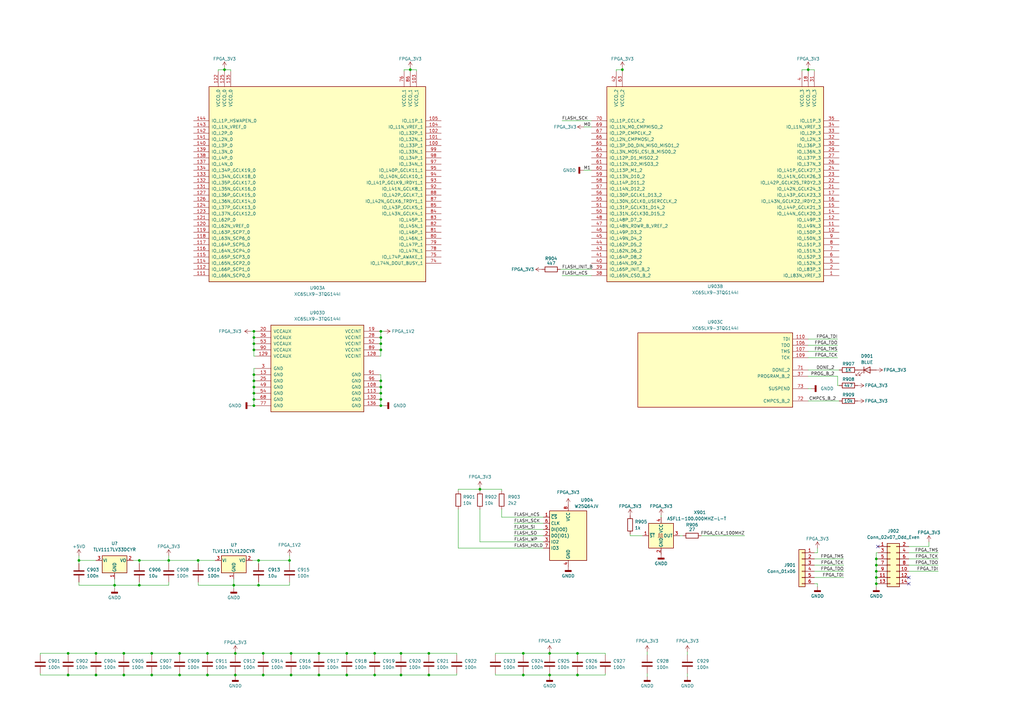
<source format=kicad_sch>
(kicad_sch (version 20230121) (generator eeschema)
  (paper "A3")
  (junction (at 156.21 156.21))
  (junction (at 104.14 143.51))
  (junction (at 153.67 276.86))
  (junction (at 73.66 267.97))
  (junction (at 156.21 161.29))
  (junction (at 95.885 240.03))
  (junction (at 236.855 267.97))
  (junction (at 255.27 28.575))
  (junction (at 196.85 200.66))
  (junction (at 119.38 267.97))
  (junction (at 359.41 234.315))
  (junction (at 107.95 267.97))
  (junction (at 164.465 267.97))
  (junction (at 359.41 239.395))
  (junction (at 50.8 276.86))
  (junction (at 104.14 166.37))
  (junction (at 225.425 267.97))
  (junction (at 27.94 276.86))
  (junction (at 236.855 276.86))
  (junction (at 69.215 229.87))
  (junction (at 50.8 267.97))
  (junction (at 107.95 276.86))
  (junction (at 57.15 240.03))
  (junction (at 359.41 236.855))
  (junction (at 130.81 267.97))
  (junction (at 175.895 276.86))
  (junction (at 39.37 267.97))
  (junction (at 156.21 138.43))
  (junction (at 39.37 276.86))
  (junction (at 96.52 276.86))
  (junction (at 142.24 267.97))
  (junction (at 225.425 276.86))
  (junction (at 62.23 267.97))
  (junction (at 214.63 267.97))
  (junction (at 359.41 231.775))
  (junction (at 130.81 276.86))
  (junction (at 104.14 158.75))
  (junction (at 142.24 276.86))
  (junction (at 104.14 135.89))
  (junction (at 156.21 143.51))
  (junction (at 104.14 163.83))
  (junction (at 119.38 276.86))
  (junction (at 359.41 229.235))
  (junction (at 85.09 276.86))
  (junction (at 104.14 156.21))
  (junction (at 57.15 229.87))
  (junction (at 85.09 267.97))
  (junction (at 156.21 166.37))
  (junction (at 168.275 28.575))
  (junction (at 156.21 140.97))
  (junction (at 73.66 276.86))
  (junction (at 156.21 135.89))
  (junction (at 156.21 163.83))
  (junction (at 62.23 276.86))
  (junction (at 104.14 140.97))
  (junction (at 104.14 138.43))
  (junction (at 175.895 267.97))
  (junction (at 164.465 276.86))
  (junction (at 104.14 161.29))
  (junction (at 104.14 153.67))
  (junction (at 156.21 158.75))
  (junction (at 27.94 267.97))
  (junction (at 106.045 229.87))
  (junction (at 106.045 240.03))
  (junction (at 32.385 229.87))
  (junction (at 153.67 267.97))
  (junction (at 92.075 28.575))
  (junction (at 214.63 276.86))
  (junction (at 46.99 240.03))
  (junction (at 118.745 229.87))
  (junction (at 81.28 229.87))
  (junction (at 96.52 267.97))
  (junction (at 331.47 28.575))
  (no_connect (at 360.045 224.155))
  (no_connect (at 372.745 239.395))
  (no_connect (at 372.745 236.855))
  (wire (pts (xy 271.145 211.455) (xy 271.145 212.09)))
  (wire (pts (xy 107.95 276.225) (xy 107.95 276.86)))
  (wire (pts (xy 331.47 164.465) (xy 344.17 164.465)))
  (wire (pts (xy 50.8 267.97) (xy 62.23 267.97)))
  (wire (pts (xy 73.66 276.86) (xy 85.09 276.86)))
  (wire (pts (xy 359.41 231.775) (xy 359.41 234.315)))
  (wire (pts (xy 156.21 153.67) (xy 155.575 153.67)))
  (wire (pts (xy 287.655 219.71) (xy 305.435 219.71)))
  (wire (pts (xy 73.66 268.605) (xy 73.66 267.97)))
  (wire (pts (xy 119.38 276.86) (xy 130.81 276.86)))
  (wire (pts (xy 156.21 158.75) (xy 156.21 156.21)))
  (wire (pts (xy 104.14 146.05) (xy 104.14 143.51)))
  (wire (pts (xy 104.14 158.75) (xy 104.775 158.75)))
  (wire (pts (xy 281.94 267.335) (xy 281.94 268.605)))
  (wire (pts (xy 164.465 268.605) (xy 164.465 267.97)))
  (wire (pts (xy 343.535 154.305) (xy 331.47 154.305)))
  (wire (pts (xy 155.575 166.37) (xy 156.21 166.37)))
  (wire (pts (xy 196.85 222.25) (xy 196.85 208.915)))
  (wire (pts (xy 335.28 239.395) (xy 335.28 240.665)))
  (wire (pts (xy 359.41 236.855) (xy 360.045 236.855)))
  (wire (pts (xy 168.275 27.94) (xy 168.275 28.575)))
  (wire (pts (xy 104.14 156.21) (xy 104.775 156.21)))
  (wire (pts (xy 96.52 267.335) (xy 96.52 267.97)))
  (wire (pts (xy 381 224.155) (xy 381 222.25)))
  (wire (pts (xy 96.52 276.86) (xy 96.52 277.495)))
  (wire (pts (xy 359.41 239.395) (xy 360.045 239.395)))
  (wire (pts (xy 106.045 229.87) (xy 106.045 231.14)))
  (wire (pts (xy 331.47 144.145) (xy 343.535 144.145)))
  (wire (pts (xy 225.425 276.225) (xy 225.425 276.86)))
  (wire (pts (xy 102.87 166.37) (xy 104.14 166.37)))
  (wire (pts (xy 225.425 267.335) (xy 225.425 267.97)))
  (wire (pts (xy 156.21 140.97) (xy 156.21 138.43)))
  (wire (pts (xy 85.09 268.605) (xy 85.09 267.97)))
  (wire (pts (xy 156.21 140.97) (xy 155.575 140.97)))
  (wire (pts (xy 130.81 276.86) (xy 142.24 276.86)))
  (wire (pts (xy 236.855 267.97) (xy 225.425 267.97)))
  (wire (pts (xy 372.745 234.315) (xy 384.81 234.315)))
  (wire (pts (xy 156.21 156.21) (xy 156.21 153.67)))
  (wire (pts (xy 168.275 28.575) (xy 170.815 28.575)))
  (wire (pts (xy 104.14 161.29) (xy 104.775 161.29)))
  (wire (pts (xy 205.74 212.09) (xy 205.74 208.915)))
  (wire (pts (xy 81.28 229.87) (xy 81.28 231.14)))
  (wire (pts (xy 229.87 110.49) (xy 242.57 110.49)))
  (wire (pts (xy 225.425 267.97) (xy 225.425 268.605)))
  (wire (pts (xy 62.23 276.225) (xy 62.23 276.86)))
  (wire (pts (xy 168.275 28.575) (xy 168.275 29.21)))
  (wire (pts (xy 104.14 143.51) (xy 104.14 140.97)))
  (wire (pts (xy 239.395 69.85) (xy 242.57 69.85)))
  (wire (pts (xy 119.38 276.225) (xy 119.38 276.86)))
  (wire (pts (xy 106.045 240.03) (xy 118.745 240.03)))
  (wire (pts (xy 331.47 28.575) (xy 331.47 29.21)))
  (wire (pts (xy 89.535 29.21) (xy 89.535 28.575)))
  (wire (pts (xy 96.52 276.225) (xy 96.52 276.86)))
  (wire (pts (xy 104.775 146.05) (xy 104.14 146.05)))
  (wire (pts (xy 359.41 234.315) (xy 360.045 234.315)))
  (wire (pts (xy 331.47 151.765) (xy 344.17 151.765)))
  (wire (pts (xy 331.47 28.575) (xy 334.01 28.575)))
  (wire (pts (xy 248.285 268.605) (xy 248.285 267.97)))
  (wire (pts (xy 360.045 226.695) (xy 359.41 226.695)))
  (wire (pts (xy 164.465 276.225) (xy 164.465 276.86)))
  (wire (pts (xy 104.14 140.97) (xy 104.775 140.97)))
  (wire (pts (xy 214.63 267.97) (xy 203.2 267.97)))
  (wire (pts (xy 242.57 49.53) (xy 230.505 49.53)))
  (wire (pts (xy 210.82 217.17) (xy 222.885 217.17)))
  (wire (pts (xy 230.505 113.03) (xy 242.57 113.03)))
  (wire (pts (xy 165.735 28.575) (xy 168.275 28.575)))
  (wire (pts (xy 62.23 276.86) (xy 73.66 276.86)))
  (wire (pts (xy 156.21 163.83) (xy 155.575 163.83)))
  (wire (pts (xy 104.14 163.83) (xy 104.14 161.29)))
  (wire (pts (xy 153.67 268.605) (xy 153.67 267.97)))
  (wire (pts (xy 331.47 141.605) (xy 343.535 141.605)))
  (wire (pts (xy 104.14 166.37) (xy 104.14 163.83)))
  (wire (pts (xy 119.38 267.97) (xy 130.81 267.97)))
  (wire (pts (xy 27.94 276.86) (xy 39.37 276.86)))
  (wire (pts (xy 372.745 224.155) (xy 381 224.155)))
  (wire (pts (xy 107.95 276.86) (xy 119.38 276.86)))
  (wire (pts (xy 50.8 268.605) (xy 50.8 267.97)))
  (wire (pts (xy 88.265 229.87) (xy 81.28 229.87)))
  (wire (pts (xy 32.385 229.87) (xy 32.385 227.965)))
  (wire (pts (xy 170.815 28.575) (xy 170.815 29.21)))
  (wire (pts (xy 95.885 240.03) (xy 81.28 240.03)))
  (wire (pts (xy 85.09 267.97) (xy 96.52 267.97)))
  (wire (pts (xy 69.215 229.87) (xy 69.215 231.14)))
  (wire (pts (xy 118.745 227.965) (xy 118.745 229.87)))
  (wire (pts (xy 130.81 268.605) (xy 130.81 267.97)))
  (wire (pts (xy 255.27 27.94) (xy 255.27 28.575)))
  (wire (pts (xy 175.895 267.97) (xy 187.325 267.97)))
  (wire (pts (xy 73.66 267.97) (xy 85.09 267.97)))
  (wire (pts (xy 343.535 158.115) (xy 344.17 158.115)))
  (wire (pts (xy 156.21 143.51) (xy 155.575 143.51)))
  (wire (pts (xy 104.14 158.75) (xy 104.14 156.21)))
  (wire (pts (xy 119.38 268.605) (xy 119.38 267.97)))
  (wire (pts (xy 104.14 153.67) (xy 104.14 151.13)))
  (wire (pts (xy 331.47 27.94) (xy 331.47 28.575)))
  (wire (pts (xy 16.51 276.86) (xy 27.94 276.86)))
  (wire (pts (xy 156.21 161.29) (xy 156.21 158.75)))
  (wire (pts (xy 104.14 161.29) (xy 104.14 158.75)))
  (wire (pts (xy 203.2 267.97) (xy 203.2 268.605)))
  (wire (pts (xy 203.2 276.225) (xy 203.2 276.86)))
  (wire (pts (xy 372.745 229.235) (xy 384.81 229.235)))
  (wire (pts (xy 104.14 138.43) (xy 104.14 135.89)))
  (wire (pts (xy 334.01 231.775) (xy 346.075 231.775)))
  (wire (pts (xy 236.855 276.225) (xy 236.855 276.86)))
  (wire (pts (xy 107.95 267.97) (xy 119.38 267.97)))
  (wire (pts (xy 205.74 212.09) (xy 222.885 212.09)))
  (wire (pts (xy 372.745 226.695) (xy 384.81 226.695)))
  (wire (pts (xy 46.99 237.49) (xy 46.99 240.03)))
  (wire (pts (xy 39.37 267.97) (xy 50.8 267.97)))
  (wire (pts (xy 175.895 276.225) (xy 175.895 276.86)))
  (wire (pts (xy 225.425 267.97) (xy 214.63 267.97)))
  (wire (pts (xy 334.01 234.315) (xy 346.075 234.315)))
  (wire (pts (xy 118.745 238.76) (xy 118.745 240.03)))
  (wire (pts (xy 334.01 229.235) (xy 346.075 229.235)))
  (wire (pts (xy 104.14 140.97) (xy 104.14 138.43)))
  (wire (pts (xy 39.37 276.225) (xy 39.37 276.86)))
  (wire (pts (xy 104.14 135.89) (xy 104.775 135.89)))
  (wire (pts (xy 69.215 238.76) (xy 69.215 240.03)))
  (wire (pts (xy 187.325 276.86) (xy 187.325 276.225)))
  (wire (pts (xy 239.395 52.07) (xy 242.57 52.07)))
  (wire (pts (xy 27.94 268.605) (xy 27.94 267.97)))
  (wire (pts (xy 32.385 240.03) (xy 32.385 238.76)))
  (wire (pts (xy 104.14 163.83) (xy 104.775 163.83)))
  (wire (pts (xy 73.66 276.225) (xy 73.66 276.86)))
  (wire (pts (xy 92.075 27.94) (xy 92.075 28.575)))
  (wire (pts (xy 95.885 237.49) (xy 95.885 240.03)))
  (wire (pts (xy 92.075 28.575) (xy 92.075 29.21)))
  (wire (pts (xy 57.15 229.87) (xy 69.215 229.87)))
  (wire (pts (xy 62.23 267.97) (xy 73.66 267.97)))
  (wire (pts (xy 372.745 231.775) (xy 384.81 231.775)))
  (wire (pts (xy 39.37 229.87) (xy 32.385 229.87)))
  (wire (pts (xy 103.505 229.87) (xy 106.045 229.87)))
  (wire (pts (xy 196.85 200.025) (xy 196.85 200.66)))
  (wire (pts (xy 157.48 135.89) (xy 156.21 135.89)))
  (wire (pts (xy 102.87 135.89) (xy 104.14 135.89)))
  (wire (pts (xy 156.21 138.43) (xy 155.575 138.43)))
  (wire (pts (xy 156.21 146.05) (xy 156.21 143.51)))
  (wire (pts (xy 210.82 214.63) (xy 222.885 214.63)))
  (wire (pts (xy 94.615 28.575) (xy 94.615 29.21)))
  (wire (pts (xy 214.63 267.97) (xy 214.63 268.605)))
  (wire (pts (xy 156.21 156.21) (xy 155.575 156.21)))
  (wire (pts (xy 57.15 238.76) (xy 57.15 240.03)))
  (wire (pts (xy 255.27 28.575) (xy 255.27 29.21)))
  (wire (pts (xy 164.465 267.97) (xy 175.895 267.97)))
  (wire (pts (xy 359.41 229.235) (xy 359.41 231.775)))
  (wire (pts (xy 334.01 236.855) (xy 346.075 236.855)))
  (wire (pts (xy 252.73 29.21) (xy 252.73 28.575)))
  (wire (pts (xy 27.94 267.97) (xy 39.37 267.97)))
  (wire (pts (xy 210.82 219.71) (xy 222.885 219.71)))
  (wire (pts (xy 225.425 276.86) (xy 236.855 276.86)))
  (wire (pts (xy 205.74 200.66) (xy 196.85 200.66)))
  (wire (pts (xy 225.425 276.86) (xy 225.425 277.495)))
  (wire (pts (xy 205.74 201.295) (xy 205.74 200.66)))
  (wire (pts (xy 156.21 161.29) (xy 155.575 161.29)))
  (wire (pts (xy 155.575 146.05) (xy 156.21 146.05)))
  (wire (pts (xy 96.52 268.605) (xy 96.52 267.97)))
  (wire (pts (xy 96.52 267.97) (xy 107.95 267.97)))
  (wire (pts (xy 95.885 240.03) (xy 95.885 241.3)))
  (wire (pts (xy 104.775 166.37) (xy 104.14 166.37)))
  (wire (pts (xy 69.215 227.965) (xy 69.215 229.87)))
  (wire (pts (xy 104.14 143.51) (xy 104.775 143.51)))
  (wire (pts (xy 265.43 267.335) (xy 265.43 268.605)))
  (wire (pts (xy 16.51 276.225) (xy 16.51 276.86)))
  (wire (pts (xy 281.94 276.225) (xy 281.94 277.495)))
  (wire (pts (xy 187.96 224.79) (xy 187.96 208.915)))
  (wire (pts (xy 118.745 229.87) (xy 118.745 231.14)))
  (wire (pts (xy 16.51 268.605) (xy 16.51 267.97)))
  (wire (pts (xy 236.855 267.97) (xy 236.855 268.605)))
  (wire (pts (xy 175.895 268.605) (xy 175.895 267.97)))
  (wire (pts (xy 46.99 240.03) (xy 57.15 240.03)))
  (wire (pts (xy 153.67 276.86) (xy 164.465 276.86)))
  (wire (pts (xy 164.465 276.86) (xy 175.895 276.86)))
  (wire (pts (xy 187.96 200.66) (xy 196.85 200.66)))
  (wire (pts (xy 156.21 166.37) (xy 156.21 163.83)))
  (wire (pts (xy 265.43 276.225) (xy 265.43 277.495)))
  (wire (pts (xy 278.765 219.71) (xy 280.035 219.71)))
  (wire (pts (xy 46.99 240.03) (xy 46.99 241.3)))
  (wire (pts (xy 85.09 276.225) (xy 85.09 276.86)))
  (wire (pts (xy 85.09 276.86) (xy 96.52 276.86)))
  (wire (pts (xy 248.285 267.97) (xy 236.855 267.97)))
  (wire (pts (xy 331.47 146.685) (xy 343.535 146.685)))
  (wire (pts (xy 187.96 224.79) (xy 222.885 224.79)))
  (wire (pts (xy 16.51 267.97) (xy 27.94 267.97)))
  (wire (pts (xy 328.93 29.21) (xy 328.93 28.575)))
  (wire (pts (xy 335.28 226.695) (xy 335.28 224.79)))
  (wire (pts (xy 106.045 229.87) (xy 118.745 229.87)))
  (wire (pts (xy 359.41 226.695) (xy 359.41 229.235)))
  (wire (pts (xy 32.385 231.14) (xy 32.385 229.87)))
  (wire (pts (xy 196.85 200.66) (xy 196.85 201.295)))
  (wire (pts (xy 130.81 267.97) (xy 142.24 267.97)))
  (wire (pts (xy 27.94 276.225) (xy 27.94 276.86)))
  (wire (pts (xy 334.01 28.575) (xy 334.01 29.21)))
  (wire (pts (xy 57.15 240.03) (xy 69.215 240.03)))
  (wire (pts (xy 203.2 276.86) (xy 214.63 276.86)))
  (wire (pts (xy 142.24 276.225) (xy 142.24 276.86)))
  (wire (pts (xy 39.37 268.605) (xy 39.37 267.97)))
  (wire (pts (xy 175.895 276.86) (xy 187.325 276.86)))
  (wire (pts (xy 252.73 28.575) (xy 255.27 28.575)))
  (wire (pts (xy 196.85 222.25) (xy 222.885 222.25)))
  (wire (pts (xy 334.01 226.695) (xy 335.28 226.695)))
  (wire (pts (xy 359.41 239.395) (xy 359.41 240.665)))
  (wire (pts (xy 359.41 229.235) (xy 360.045 229.235)))
  (wire (pts (xy 156.21 163.83) (xy 156.21 161.29)))
  (wire (pts (xy 153.67 276.225) (xy 153.67 276.86)))
  (wire (pts (xy 96.52 276.86) (xy 107.95 276.86)))
  (wire (pts (xy 69.215 229.87) (xy 81.28 229.87)))
  (wire (pts (xy 142.24 268.605) (xy 142.24 267.97)))
  (wire (pts (xy 106.045 238.76) (xy 106.045 240.03)))
  (wire (pts (xy 187.325 267.97) (xy 187.325 268.605)))
  (wire (pts (xy 142.24 276.86) (xy 153.67 276.86)))
  (wire (pts (xy 62.23 268.605) (xy 62.23 267.97)))
  (wire (pts (xy 328.93 28.575) (xy 331.47 28.575)))
  (wire (pts (xy 331.47 139.065) (xy 343.535 139.065)))
  (wire (pts (xy 359.41 236.855) (xy 359.41 239.395)))
  (wire (pts (xy 104.14 151.13) (xy 104.775 151.13)))
  (wire (pts (xy 331.47 159.385) (xy 332.74 159.385)))
  (wire (pts (xy 89.535 28.575) (xy 92.075 28.575)))
  (wire (pts (xy 104.14 153.67) (xy 104.775 153.67)))
  (wire (pts (xy 95.885 240.03) (xy 106.045 240.03)))
  (wire (pts (xy 130.81 276.225) (xy 130.81 276.86)))
  (wire (pts (xy 343.535 158.115) (xy 343.535 154.305)))
  (wire (pts (xy 214.63 276.86) (xy 225.425 276.86)))
  (wire (pts (xy 57.15 229.87) (xy 57.15 231.14)))
  (wire (pts (xy 54.61 229.87) (xy 57.15 229.87)))
  (wire (pts (xy 92.075 28.575) (xy 94.615 28.575)))
  (wire (pts (xy 157.48 166.37) (xy 156.21 166.37)))
  (wire (pts (xy 156.21 138.43) (xy 156.21 135.89)))
  (wire (pts (xy 156.21 135.89) (xy 155.575 135.89)))
  (wire (pts (xy 263.525 219.71) (xy 258.445 219.71)))
  (wire (pts (xy 187.96 201.295) (xy 187.96 200.66)))
  (wire (pts (xy 104.14 138.43) (xy 104.775 138.43)))
  (wire (pts (xy 104.14 156.21) (xy 104.14 153.67)))
  (wire (pts (xy 153.67 267.97) (xy 164.465 267.97)))
  (wire (pts (xy 236.855 276.86) (xy 248.285 276.86)))
  (wire (pts (xy 214.63 276.225) (xy 214.63 276.86)))
  (wire (pts (xy 156.21 143.51) (xy 156.21 140.97)))
  (wire (pts (xy 39.37 276.86) (xy 50.8 276.86)))
  (wire (pts (xy 248.285 276.86) (xy 248.285 276.225)))
  (wire (pts (xy 107.95 268.605) (xy 107.95 267.97)))
  (wire (pts (xy 258.445 219.71) (xy 258.445 219.075)))
  (wire (pts (xy 142.24 267.97) (xy 153.67 267.97)))
  (wire (pts (xy 46.99 240.03) (xy 32.385 240.03)))
  (wire (pts (xy 50.8 276.86) (xy 62.23 276.86)))
  (wire (pts (xy 50.8 276.225) (xy 50.8 276.86)))
  (wire (pts (xy 359.41 231.775) (xy 360.045 231.775)))
  (wire (pts (xy 359.41 234.315) (xy 359.41 236.855)))
  (wire (pts (xy 334.01 239.395) (xy 335.28 239.395)))
  (wire (pts (xy 156.21 158.75) (xy 155.575 158.75)))
  (wire (pts (xy 165.735 29.21) (xy 165.735 28.575)))
  (wire (pts (xy 81.28 240.03) (xy 81.28 238.76)))
  (label "M0" (at 239.395 52.07 0))
  (label "FPGA_TDO" (at 346.075 234.315 180))
  (label "FLASH_SCK" (at 230.505 49.53 0))
  (label "FPGA_TMS" (at 384.81 226.695 180))
  (label "FPGA_TDI" (at 346.075 236.855 180))
  (label "FLASH_INIT_B" (at 230.505 110.49 0))
  (label "FLASH_SI" (at 210.82 217.17 0))
  (label "FPGA_TDO" (at 343.535 141.605 180))
  (label "FLASH_nCS" (at 210.82 212.09 0))
  (label "FPGA_CLK_100MHZ" (at 305.435 219.71 180))
  (label "FLASH_HOLD" (at 210.82 224.79 0))
  (label "FLASH_SO" (at 210.82 219.71 0))
  (label "FPGA_TCK" (at 384.81 229.235 180))
  (label "FPGA_TMS" (at 343.535 144.145 180))
  (label "FLASH_WP" (at 210.82 222.25 0))
  (label "FPGA_TDI" (at 384.81 234.315 180))
  (label "PROG_B_2" (at 342.265 154.305 180))
  (label "FPGA_TDI" (at 343.535 139.065 180))
  (label "FPGA_TCK" (at 343.535 146.685 180))
  (label "FPGA_TMS" (at 346.075 229.235 180))
  (label "FLASH_nCS" (at 230.505 113.03 0))
  (label "DONE_2" (at 342.265 151.765 180))
  (label "M1" (at 239.395 69.85 0))
  (label "FPGA_TCK" (at 346.075 231.775 180))
  (label "CMPCS_B_2" (at 342.9 164.465 180))
  (label "FLASH_SCK" (at 210.82 214.63 0))
  (label "FPGA_TDO" (at 384.81 231.775 180))
  (symbol (lib_id "Device:C") (at 187.325 272.415 0) (unit 1)
    (property "Reference" "C522" (at 190.5 271.145 0) (effects (justify left)))
    (property "Value" "100n" (at 190.5 273.685 0) (effects (justify left)))
    (property "Footprint" "Capacitor_SMD:C_0603_1608Metric_Pad1.08x0.95mm_HandSolder" (effects hide))
    (instances (project "ETH1CFGEN1A" (path "" (reference "C922") (unit 1))))
  )
  (symbol (lib_id "ETH1CFGEN1:FGPA_3V3") (at 331.47 27.94 0) (unit 1)
    (property "Reference" "#PWR0530" (effects hide))
    (property "Value" "FPGA_3V3" (at 331.47 24.13 0))
    (instances (project "ETH1CFGEN1A" (path "" (reference "#PWR0930") (unit 1))))
  )
  (symbol (lib_id "Device:R") (at 347.98 164.465 90) (unit 1)
    (property "Reference" "R509" (at 347.98 161.925 90))
    (property "Value" "10k" (at 347.98 164.465 90))
    (property "Footprint" "Resistor_SMD:R_0603_1608Metric_Pad0.98x0.95mm_HandSolder" (effects hide))
    (instances (project "ETH1CFGEN1A" (path "" (reference "R909") (unit 1))))
  )
  (symbol (lib_id "Device:C") (at 214.63 272.415 0) (unit 1)
    (property "Reference" "C524" (at 217.805 271.145 0) (effects (justify left)))
    (property "Value" "100n" (at 217.805 273.685 0) (effects (justify left)))
    (property "Footprint" "Capacitor_SMD:C_0603_1608Metric_Pad1.08x0.95mm_HandSolder" (effects hide))
    (instances (project "ETH1CFGEN1A" (path "" (reference "C924") (unit 1))))
  )
  (symbol (lib_id "Device:R") (at 226.06 110.49 90) (unit 1)
    (property "Reference" "R504" (at 226.06 106.045 90))
    (property "Value" "4k7" (at 226.06 107.95 90))
    (property "Footprint" "Resistor_SMD:R_0603_1608Metric_Pad0.98x0.95mm_HandSolder" (effects hide))
    (instances (project "ETH1CFGEN1A" (path "" (reference "R904") (unit 1))))
  )
  (symbol (lib_id "ETH1CFGEN1:FGPA_3V3") (at 359.41 151.765 270) (unit 1)
    (property "Reference" "#PWR0536" (effects hide))
    (property "Value" "FPGA_3V3" (at 367.03 151.765 90))
    (instances (project "ETH1CFGEN1A" (path "" (reference "#PWR0936") (unit 1))))
  )
  (symbol (lib_id "Device:C") (at 57.15 234.95 0) (unit 1)
    (property "Reference" "C506" (at 60.96 233.68 0) (effects (justify left)))
    (property "Value" "10u" (at 60.96 236.22 0) (effects (justify left)))
    (instances (project "ETH1CFGEN1A" (path "" (reference "C906") (unit 1))))
  )
  (symbol (lib_id "ETH1CFGEN1:FGPA_3V3") (at 255.27 27.94 0) (unit 1)
    (property "Reference" "#PWR0522" (effects hide))
    (property "Value" "FPGA_3V3" (at 255.27 24.13 0))
    (instances (project "ETH1CFGEN1A" (path "" (reference "#PWR0922") (unit 1))))
  )
  (symbol (lib_id "Device:C") (at 73.66 272.415 0) (unit 1)
    (property "Reference" "C509" (at 76.835 271.145 0) (effects (justify left)))
    (property "Value" "100n" (at 76.835 273.685 0) (effects (justify left)))
    (property "Footprint" "Capacitor_SMD:C_0603_1608Metric_Pad1.08x0.95mm_HandSolder" (effects hide))
    (instances (project "ETH1CFGEN1A" (path "" (reference "C909") (unit 1))))
  )
  (symbol (lib_id "ETH1CFGEN1:FGPA_3V3") (at 351.79 164.465 270) (unit 1)
    (property "Reference" "#PWR0535" (effects hide))
    (property "Value" "FPGA_3V3" (at 359.41 164.465 90))
    (instances (project "ETH1CFGEN1A" (path "" (reference "#PWR0935") (unit 1))))
  )
  (symbol (lib_id "power:GNDD") (at 95.885 241.3 0) (unit 1)
    (property "Reference" "#PWR0505" (effects hide))
    (property "Value" "GNDD" (at 95.885 245.11 0))
    (instances (project "ETH1CFGEN1A" (path "" (reference "#PWR0905") (unit 1))))
  )
  (symbol (lib_id "ETH1CFGEN1:FGPA_3V3") (at 239.395 52.07 90) (unit 1)
    (property "Reference" "#PWR0520" (effects hide))
    (property "Value" "FPGA_3V3" (at 231.775 52.07 90))
    (instances (project "ETH1CFGEN1A" (path "" (reference "#PWR0920") (unit 1))))
  )
  (symbol (lib_id "Device:LED") (at 355.6 151.765 0) (unit 1)
    (property "Reference" "D501" (at 355.6 146.05 0))
    (property "Value" "BLUE" (at 355.6 148.59 0))
    (property "Footprint" "LED_SMD:LED_0603_1608Metric_Pad1.05x0.95mm_HandSolder" (effects hide))
    (instances (project "ETH1CFGEN1A" (path "" (reference "D901") (unit 1))))
  )
  (symbol (lib_id "Memory_Flash:W25Q32JVSS") (at 233.045 219.71 0) (unit 1)
    (property "Reference" "U504" (at 238.125 205.105 0) (effects (justify left)))
    (property "Value" "W25Q64JV" (at 235.585 207.645 0) (effects (justify left)))
    (property "Footprint" "Package_SO:SOIC-8_5.23x5.23mm_P1.27mm" (effects hide))
    (property "Datasheet" "http://www.winbond.com/resource-files/w25q32jv%20revg%2003272018%20plus.pdf" (effects hide))
    (instances (project "ETH1CFGEN1A" (path "" (reference "U904") (unit 1))))
  )
  (symbol (lib_id "Device:C") (at 164.465 272.415 0) (unit 1)
    (property "Reference" "C520" (at 167.64 271.145 0) (effects (justify left)))
    (property "Value" "100n" (at 167.64 273.685 0) (effects (justify left)))
    (property "Footprint" "Capacitor_SMD:C_0603_1608Metric_Pad1.08x0.95mm_HandSolder" (effects hide))
    (instances (project "ETH1CFGEN1A" (path "" (reference "C920") (unit 1))))
  )
  (symbol (lib_id "Device:C") (at 85.09 272.415 0) (unit 1)
    (property "Reference" "C511" (at 88.265 271.145 0) (effects (justify left)))
    (property "Value" "100n" (at 88.265 273.685 0) (effects (justify left)))
    (property "Footprint" "Capacitor_SMD:C_0603_1608Metric_Pad1.08x0.95mm_HandSolder" (effects hide))
    (instances (project "ETH1CFGEN1A" (path "" (reference "C911") (unit 1))))
  )
  (symbol (lib_id "power:GNDD") (at 281.94 277.495 0) (unit 1)
    (property "Reference" "#PWR0529" (effects hide))
    (property "Value" "GNDD" (at 281.94 281.305 0))
    (instances (project "ETH1CFGEN1A" (path "" (reference "#PWR0929") (unit 1))))
  )
  (symbol (lib_id "Connector_Generic:Conn_01x06") (at 328.93 231.775 0) (mirror y) (unit 1)
    (property "Reference" "J501" (at 326.39 231.775 0) (effects (justify left)))
    (property "Value" "Conn_01x06" (at 326.39 234.315 0) (effects (justify left)))
    (instances (project "ETH1CFGEN1A" (path "" (reference "J901") (unit 1))))
  )
  (symbol (lib_id "Device:C") (at 118.745 234.95 0) (unit 1)
    (property "Reference" "C515" (at 121.92 233.68 0) (effects (justify left)))
    (property "Value" "100n" (at 121.92 236.22 0) (effects (justify left)))
    (property "Footprint" "Capacitor_SMD:C_0603_1608Metric_Pad1.08x0.95mm_HandSolder" (effects hide))
    (instances (project "ETH1CFGEN1A" (path "" (reference "C915") (unit 1))))
  )
  (symbol (lib_id "Device:R") (at 347.98 158.115 90) (unit 1)
    (property "Reference" "R508" (at 347.98 155.575 90))
    (property "Value" "4k7" (at 347.98 158.115 90))
    (property "Footprint" "Resistor_SMD:R_0603_1608Metric_Pad0.98x0.95mm_HandSolder" (effects hide))
    (instances (project "ETH1CFGEN1A" (path "" (reference "R908") (unit 1))))
  )
  (symbol (lib_id "Device:C") (at 32.385 234.95 0) (unit 1)
    (property "Reference" "C503" (at 35.56 233.68 0) (effects (justify left)))
    (property "Value" "100n" (at 35.56 236.22 0) (effects (justify left)))
    (property "Footprint" "Capacitor_SMD:C_0603_1608Metric_Pad1.08x0.95mm_HandSolder" (effects hide))
    (instances (project "ETH1CFGEN1A" (path "" (reference "C903") (unit 1))))
  )
  (symbol (lib_id "ETH1CFGEN1:FGPA_3V3") (at 96.52 267.335 0) (unit 1)
    (property "Reference" "#PWR0506" (effects hide))
    (property "Value" "FPGA_3V3" (at 96.52 263.525 0))
    (instances (project "ETH1CFGEN1A" (path "" (reference "#PWR0906") (unit 1))))
  )
  (symbol (lib_id "Device:R") (at 187.96 205.105 0) (unit 1)
    (property "Reference" "R501" (at 189.865 203.835 0) (effects (justify left)))
    (property "Value" "10k" (at 189.865 206.375 0) (effects (justify left)))
    (property "Footprint" "Resistor_SMD:R_0603_1608Metric_Pad0.98x0.95mm_HandSolder" (effects hide))
    (instances (project "ETH1CFGEN1A" (path "" (reference "R901") (unit 1))))
  )
  (symbol (lib_id "FPGA_Xilinx_Spartan6:XC6SLX9-TQG144") (at 130.175 72.39 0) (unit 1)
    (property "Reference" "U503" (at 130.175 118.11 0))
    (property "Value" "XC6SLX9-3TQG144I" (at 130.175 120.65 0))
    (property "Footprint" "ETH1CFGEN1:TQFP-144_20x20mm_P0.5mm" (effects hide))
    (instances (project "ETH1CFGEN1A" (path "" (reference "U903") (unit 1))))
  )
  (symbol (lib_id "power:GNDD") (at 46.99 241.3 0) (unit 1)
    (property "Reference" "#PWR0502" (effects hide))
    (property "Value" "GNDD" (at 46.99 245.11 0))
    (instances (project "ETH1CFGEN1A" (path "" (reference "#PWR0902") (unit 1))))
  )
  (symbol (lib_id "Device:C") (at 248.285 272.415 0) (unit 1)
    (property "Reference" "C527" (at 251.46 271.145 0) (effects (justify left)))
    (property "Value" "100n" (at 251.46 273.685 0) (effects (justify left)))
    (property "Footprint" "Capacitor_SMD:C_0603_1608Metric_Pad1.08x0.95mm_HandSolder" (effects hide))
    (instances (project "ETH1CFGEN1A" (path "" (reference "C927") (unit 1))))
  )
  (symbol (lib_id "ETH1CFGEN1:FPGA_1V2") (at 225.425 267.335 0) (unit 1)
    (property "Reference" "#PWR0516" (effects hide))
    (property "Value" "FPGA_1V2" (at 225.425 262.89 0))
    (instances (project "ETH1CFGEN1A" (path "" (reference "#PWR0916") (unit 1))))
  )
  (symbol (lib_id "power:GNDD") (at 239.395 69.85 270) (mirror x) (unit 1)
    (property "Reference" "#PWR0521" (effects hide))
    (property "Value" "GNDD" (at 236.22 69.85 90) (effects (justify right)))
    (instances (project "ETH1CFGEN1A" (path "" (reference "#PWR0921") (unit 1))))
  )
  (symbol (lib_id "Device:C") (at 39.37 272.415 0) (unit 1)
    (property "Reference" "C504" (at 42.545 271.145 0) (effects (justify left)))
    (property "Value" "100n" (at 42.545 273.685 0) (effects (justify left)))
    (property "Footprint" "Capacitor_SMD:C_0603_1608Metric_Pad1.08x0.95mm_HandSolder" (effects hide))
    (instances (project "ETH1CFGEN1A" (path "" (reference "C904") (unit 1))))
  )
  (symbol (lib_id "Device:C") (at 203.2 272.415 0) (unit 1)
    (property "Reference" "C523" (at 206.375 271.145 0) (effects (justify left)))
    (property "Value" "100n" (at 206.375 273.685 0) (effects (justify left)))
    (property "Footprint" "Capacitor_SMD:C_0603_1608Metric_Pad1.08x0.95mm_HandSolder" (effects hide))
    (instances (project "ETH1CFGEN1A" (path "" (reference "C923") (unit 1))))
  )
  (symbol (lib_id "Device:R") (at 205.74 205.105 0) (unit 1)
    (property "Reference" "R503" (at 208.28 203.835 0) (effects (justify left)))
    (property "Value" "2k2" (at 208.28 206.375 0) (effects (justify left)))
    (property "Footprint" "Resistor_SMD:R_0603_1608Metric_Pad0.98x0.95mm_HandSolder" (effects hide))
    (instances (project "ETH1CFGEN1A" (path "" (reference "R903") (unit 1))))
  )
  (symbol (lib_id "power:GNDD") (at 102.87 166.37 270) (unit 1)
    (property "Reference" "#PWR0509" (effects hide))
    (property "Value" "GNDD" (at 99.06 166.37 90) (effects (justify right)))
    (instances (project "ETH1CFGEN1A" (path "" (reference "#PWR0909") (unit 1))))
  )
  (symbol (lib_id "Connector_Generic:Conn_02x07_Odd_Even") (at 365.125 231.775 0) (unit 1)
    (property "Reference" "J502" (at 366.395 217.805 0))
    (property "Value" "Conn_02x07_Odd_Even" (at 366.395 220.345 0))
    (instances (project "ETH1CFGEN1A" (path "" (reference "J902") (unit 1))))
  )
  (symbol (lib_id "Device:C") (at 50.8 272.415 0) (unit 1)
    (property "Reference" "C505" (at 53.975 271.145 0) (effects (justify left)))
    (property "Value" "100n" (at 53.975 273.685 0) (effects (justify left)))
    (property "Footprint" "Capacitor_SMD:C_0603_1608Metric_Pad1.08x0.95mm_HandSolder" (effects hide))
    (instances (project "ETH1CFGEN1A" (path "" (reference "C905") (unit 1))))
  )
  (symbol (lib_id "ETH1CFGEN1:FGPA_3V3") (at 102.87 135.89 90) (unit 1)
    (property "Reference" "#PWR0508" (effects hide))
    (property "Value" "FPGA_3V3" (at 99.06 135.89 90) (effects (justify left)))
    (instances (project "ETH1CFGEN1A" (path "" (reference "#PWR0908") (unit 1))))
  )
  (symbol (lib_id "Regulator_Linear:TLV1117-15") (at 46.99 229.87 0) (unit 1)
    (property "Reference" "U?" (at 46.99 222.885 0))
    (property "Value" "TLV1117LV33DCYR" (at 46.99 225.425 0))
    (property "Datasheet" "http://www.ti.com/lit/ds/symlink/tlv1117.pdf" (effects hide))
    (instances (project "ETH1CFGEN1A" (path "" (reference "U?") (unit 1)) (path "" (reference "U901") (unit 1))))
  )
  (symbol (lib_id "ETH1CFGEN1:FGPA_3V3") (at 69.215 227.965 0) (unit 1)
    (property "Reference" "#PWR0503" (effects hide))
    (property "Value" "FPGA_3V3" (at 69.215 224.155 0))
    (instances (project "ETH1CFGEN1A" (path "" (reference "#PWR0903") (unit 1))))
  )
  (symbol (lib_id "Device:C") (at 153.67 272.415 0) (unit 1)
    (property "Reference" "C519" (at 156.845 271.145 0) (effects (justify left)))
    (property "Value" "100n" (at 156.845 273.685 0) (effects (justify left)))
    (property "Footprint" "Capacitor_SMD:C_0603_1608Metric_Pad1.08x0.95mm_HandSolder" (effects hide))
    (instances (project "ETH1CFGEN1A" (path "" (reference "C919") (unit 1))))
  )
  (symbol (lib_id "ETH1CFGEN1:FGPA_3V3") (at 168.275 27.94 0) (unit 1)
    (property "Reference" "#PWR0513" (effects hide))
    (property "Value" "FPGA_3V3" (at 168.275 24.13 0))
    (instances (project "ETH1CFGEN1A" (path "" (reference "#PWR0913") (unit 1))))
  )
  (symbol (lib_id "Device:C") (at 130.81 272.415 0) (unit 1)
    (property "Reference" "C517" (at 133.985 271.145 0) (effects (justify left)))
    (property "Value" "100n" (at 133.985 273.685 0) (effects (justify left)))
    (property "Footprint" "Capacitor_SMD:C_0603_1608Metric_Pad1.08x0.95mm_HandSolder" (effects hide))
    (instances (project "ETH1CFGEN1A" (path "" (reference "C917") (unit 1))))
  )
  (symbol (lib_id "ETH1CFGEN1:FGPA_3V3") (at 265.43 267.335 0) (unit 1)
    (property "Reference" "#PWR0524" (effects hide))
    (property "Value" "FPGA_3V3" (at 265.43 262.89 0))
    (instances (project "ETH1CFGEN1A" (path "" (reference "#PWR0924") (unit 1))))
  )
  (symbol (lib_id "ETH1CFGEN1:FPGA_1V2") (at 157.48 135.89 270) (unit 1)
    (property "Reference" "#PWR0511" (effects hide))
    (property "Value" "FPGA_1V2" (at 160.655 135.89 90) (effects (justify left)))
    (instances (project "ETH1CFGEN1A" (path "" (reference "#PWR0911") (unit 1))))
  )
  (symbol (lib_id "power:GNDD") (at 225.425 277.495 0) (unit 1)
    (property "Reference" "#PWR0517" (effects hide))
    (property "Value" "GNDD" (at 225.425 281.305 0))
    (instances (project "ETH1CFGEN1A" (path "" (reference "#PWR0917") (unit 1))))
  )
  (symbol (lib_id "Oscillator:SG-5032CBN") (at 271.145 219.71 0) (unit 1)
    (property "Reference" "X501" (at 287.02 210.185 0))
    (property "Value" "ASFL1-100.000MHZ-L-T" (at 285.75 212.725 0))
    (property "Datasheet" "https://support.epson.biz/td/api/doc_check.php?dl=brief_SG5032CBN&lang=en" (effects hide))
    (instances (project "ETH1CFGEN1A" (path "" (reference "X901") (unit 1))))
  )
  (symbol (lib_id "ETH1CFGEN1:FGPA_3V3") (at 92.075 27.94 0) (unit 1)
    (property "Reference" "#PWR0504" (effects hide))
    (property "Value" "FPGA_3V3" (at 92.075 24.13 0))
    (instances (project "ETH1CFGEN1A" (path "" (reference "#PWR0904") (unit 1))))
  )
  (symbol (lib_id "Device:C") (at 225.425 272.415 0) (unit 1)
    (property "Reference" "C525" (at 228.6 271.145 0) (effects (justify left)))
    (property "Value" "100n" (at 228.6 273.685 0) (effects (justify left)))
    (property "Footprint" "Capacitor_SMD:C_0603_1608Metric_Pad1.08x0.95mm_HandSolder" (effects hide))
    (instances (project "ETH1CFGEN1A" (path "" (reference "C925") (unit 1))))
  )
  (symbol (lib_id "power:+5VD") (at 32.385 227.965 0) (unit 1)
    (property "Reference" "#PWR0501" (effects hide))
    (property "Value" "+5VD" (at 32.385 224.155 0))
    (instances (project "ETH1CFGEN1A" (path "" (reference "#PWR0901") (unit 1))))
  )
  (symbol (lib_id "power:GNDD") (at 271.145 227.33 0) (unit 1)
    (property "Reference" "#PWR0527" (effects hide))
    (property "Value" "GNDD" (at 271.145 231.14 0))
    (instances (project "ETH1CFGEN1A" (path "" (reference "#PWR0927") (unit 1))))
  )
  (symbol (lib_id "ETH1CFGEN1:FGPA_3V3") (at 351.79 158.115 270) (unit 1)
    (property "Reference" "#PWR0534" (effects hide))
    (property "Value" "FPGA_3V3" (at 359.41 158.115 90))
    (instances (project "ETH1CFGEN1A" (path "" (reference "#PWR0934") (unit 1))))
  )
  (symbol (lib_id "Device:C") (at 81.28 234.95 0) (unit 1)
    (property "Reference" "C510" (at 85.09 233.68 0) (effects (justify left)))
    (property "Value" "100n" (at 85.09 236.22 0) (effects (justify left)))
    (property "Footprint" "Capacitor_SMD:C_0603_1608Metric_Pad1.08x0.95mm_HandSolder" (effects hide))
    (instances (project "ETH1CFGEN1A" (path "" (reference "C910") (unit 1))))
  )
  (symbol (lib_id "Regulator_Linear:TLV1117-15") (at 95.885 229.87 0) (unit 1)
    (property "Reference" "U?" (at 95.885 223.52 0))
    (property "Value" "TLV1117LV12DCYR" (at 95.885 226.06 0))
    (property "Datasheet" "http://www.ti.com/lit/ds/symlink/tlv1117.pdf" (effects hide))
    (instances (project "ETH1CFGEN1A" (path "" (reference "U?") (unit 1)) (path "" (reference "U902") (unit 1))))
  )
  (symbol (lib_id "Device:R") (at 347.98 151.765 90) (unit 1)
    (property "Reference" "R507" (at 347.98 149.225 90))
    (property "Value" "1K" (at 347.98 151.765 90))
    (property "Footprint" "Resistor_SMD:R_0603_1608Metric_Pad0.98x0.95mm_HandSolder" (effects hide))
    (instances (project "ETH1CFGEN1A" (path "" (reference "R907") (unit 1))))
  )
  (symbol (lib_id "power:GNDD") (at 335.28 240.665 0) (unit 1)
    (property "Reference" "#PWR0533" (effects hide))
    (property "Value" "GNDD" (at 335.28 244.475 0))
    (instances (project "ETH1CFGEN1A" (path "" (reference "#PWR0933") (unit 1))))
  )
  (symbol (lib_id "Device:C") (at 27.94 272.415 0) (unit 1)
    (property "Reference" "C502" (at 31.115 271.145 0) (effects (justify left)))
    (property "Value" "100n" (at 31.115 273.685 0) (effects (justify left)))
    (property "Footprint" "Capacitor_SMD:C_0603_1608Metric_Pad1.08x0.95mm_HandSolder" (effects hide))
    (instances (project "ETH1CFGEN1A" (path "" (reference "C902") (unit 1))))
  )
  (symbol (lib_id "Device:C") (at 236.855 272.415 0) (unit 1)
    (property "Reference" "C526" (at 240.03 271.145 0) (effects (justify left)))
    (property "Value" "100n" (at 240.03 273.685 0) (effects (justify left)))
    (property "Footprint" "Capacitor_SMD:C_0603_1608Metric_Pad1.08x0.95mm_HandSolder" (effects hide))
    (instances (project "ETH1CFGEN1A" (path "" (reference "C926") (unit 1))))
  )
  (symbol (lib_id "Device:C") (at 142.24 272.415 0) (unit 1)
    (property "Reference" "C518" (at 145.415 271.145 0) (effects (justify left)))
    (property "Value" "100n" (at 145.415 273.685 0) (effects (justify left)))
    (property "Footprint" "Capacitor_SMD:C_0603_1608Metric_Pad1.08x0.95mm_HandSolder" (effects hide))
    (instances (project "ETH1CFGEN1A" (path "" (reference "C918") (unit 1))))
  )
  (symbol (lib_id "power:GNDD") (at 96.52 277.495 0) (unit 1)
    (property "Reference" "#PWR0507" (effects hide))
    (property "Value" "GNDD" (at 96.52 281.305 0))
    (instances (project "ETH1CFGEN1A" (path "" (reference "#PWR0907") (unit 1))))
  )
  (symbol (lib_id "ETH1CFGEN1:FGPA_3V3") (at 271.145 211.455 0) (unit 1)
    (property "Reference" "#PWR0526" (effects hide))
    (property "Value" "FPGA_3V3" (at 271.145 207.645 0))
    (instances (project "ETH1CFGEN1A" (path "" (reference "#PWR0926") (unit 1))))
  )
  (symbol (lib_id "ETH1CFGEN1:FGPA_3V3") (at 281.94 267.335 0) (unit 1)
    (property "Reference" "#PWR0528" (effects hide))
    (property "Value" "FPGA_3V3" (at 281.94 262.89 0))
    (instances (project "ETH1CFGEN1A" (path "" (reference "#PWR0928") (unit 1))))
  )
  (symbol (lib_id "ETH1CFGEN1:FPGA_1V2") (at 118.745 227.965 0) (unit 1)
    (property "Reference" "#PWR0510" (effects hide))
    (property "Value" "FPGA_1V2" (at 118.745 223.52 0))
    (instances (project "ETH1CFGEN1A" (path "" (reference "#PWR0910") (unit 1))))
  )
  (symbol (lib_id "Device:C") (at 106.045 234.95 0) (unit 1)
    (property "Reference" "C513" (at 109.855 233.68 0) (effects (justify left)))
    (property "Value" "10u" (at 109.855 236.22 0) (effects (justify left)))
    (instances (project "ETH1CFGEN1A" (path "" (reference "C913") (unit 1))))
  )
  (symbol (lib_id "power:GNDD") (at 233.045 232.41 0) (unit 1)
    (property "Reference" "#PWR0519" (effects hide))
    (property "Value" "GNDD" (at 233.045 236.22 0))
    (instances (project "ETH1CFGEN1A" (path "" (reference "#PWR0919") (unit 1))))
  )
  (symbol (lib_id "ETH1CFGEN1:FGPA_3V3") (at 222.25 110.49 90) (unit 1)
    (property "Reference" "#PWR0515" (effects hide))
    (property "Value" "FPGA_3V3" (at 219.075 110.49 90) (effects (justify left)))
    (instances (project "ETH1CFGEN1A" (path "" (reference "#PWR0915") (unit 1))))
  )
  (symbol (lib_id "Device:C") (at 281.94 272.415 0) (unit 1)
    (property "Reference" "C529" (at 285.75 271.145 0) (effects (justify left)))
    (property "Value" "100n" (at 285.75 273.685 0) (effects (justify left)))
    (property "Footprint" "Capacitor_SMD:C_0603_1608Metric_Pad1.08x0.95mm_HandSolder" (effects hide))
    (instances (project "ETH1CFGEN1A" (path "" (reference "C929") (unit 1))))
  )
  (symbol (lib_id "ETH1CFGEN1:FGPA_3V3") (at 335.28 224.79 0) (unit 1)
    (property "Reference" "#PWR0532" (effects hide))
    (property "Value" "FPGA_3V3" (at 335.28 220.98 0))
    (instances (project "ETH1CFGEN1A" (path "" (reference "#PWR0932") (unit 1))))
  )
  (symbol (lib_id "power:GNDD") (at 359.41 240.665 0) (unit 1)
    (property "Reference" "#PWR0537" (effects hide))
    (property "Value" "GNDD" (at 359.41 244.475 0))
    (instances (project "ETH1CFGEN1A" (path "" (reference "#PWR0937") (unit 1))))
  )
  (symbol (lib_id "Device:C") (at 265.43 272.415 0) (unit 1)
    (property "Reference" "C528" (at 269.24 271.145 0) (effects (justify left)))
    (property "Value" "100n" (at 269.24 273.685 0) (effects (justify left)))
    (property "Footprint" "Capacitor_SMD:C_0603_1608Metric_Pad1.08x0.95mm_HandSolder" (effects hide))
    (instances (project "ETH1CFGEN1A" (path "" (reference "C928") (unit 1))))
  )
  (symbol (lib_id "Device:C") (at 96.52 272.415 0) (unit 1)
    (property "Reference" "C512" (at 99.695 271.145 0) (effects (justify left)))
    (property "Value" "100n" (at 99.695 273.685 0) (effects (justify left)))
    (property "Footprint" "Capacitor_SMD:C_0603_1608Metric_Pad1.08x0.95mm_HandSolder" (effects hide))
    (instances (project "ETH1CFGEN1A" (path "" (reference "C912") (unit 1))))
  )
  (symbol (lib_id "Device:C") (at 107.95 272.415 0) (unit 1)
    (property "Reference" "C514" (at 111.125 271.145 0) (effects (justify left)))
    (property "Value" "100n" (at 111.125 273.685 0) (effects (justify left)))
    (property "Footprint" "Capacitor_SMD:C_0603_1608Metric_Pad1.08x0.95mm_HandSolder" (effects hide))
    (instances (project "ETH1CFGEN1A" (path "" (reference "C914") (unit 1))))
  )
  (symbol (lib_id "power:GNDD") (at 265.43 277.495 0) (unit 1)
    (property "Reference" "#PWR0525" (effects hide))
    (property "Value" "GNDD" (at 265.43 281.305 0))
    (instances (project "ETH1CFGEN1A" (path "" (reference "#PWR0925") (unit 1))))
  )
  (symbol (lib_id "ETH1CFGEN1:FGPA_3V3") (at 233.045 207.01 0) (unit 1)
    (property "Reference" "#PWR0518" (effects hide))
    (property "Value" "FPGA_3V3" (at 233.045 201.93 0))
    (instances (project "ETH1CFGEN1A" (path "" (reference "#PWR0918") (unit 1))))
  )
  (symbol (lib_id "Device:C") (at 62.23 272.415 0) (unit 1)
    (property "Reference" "C507" (at 65.405 271.145 0) (effects (justify left)))
    (property "Value" "100n" (at 65.405 273.685 0) (effects (justify left)))
    (property "Footprint" "Capacitor_SMD:C_0603_1608Metric_Pad1.08x0.95mm_HandSolder" (effects hide))
    (instances (project "ETH1CFGEN1A" (path "" (reference "C907") (unit 1))))
  )
  (symbol (lib_id "Device:C") (at 119.38 272.415 0) (unit 1)
    (property "Reference" "C516" (at 122.555 271.145 0) (effects (justify left)))
    (property "Value" "100n" (at 122.555 273.685 0) (effects (justify left)))
    (property "Footprint" "Capacitor_SMD:C_0603_1608Metric_Pad1.08x0.95mm_HandSolder" (effects hide))
    (instances (project "ETH1CFGEN1A" (path "" (reference "C916") (unit 1))))
  )
  (symbol (lib_id "ETH1CFGEN1:FGPA_3V3") (at 258.445 211.455 0) (unit 1)
    (property "Reference" "#PWR0523" (effects hide))
    (property "Value" "FPGA_3V3" (at 258.445 207.645 0))
    (instances (project "ETH1CFGEN1A" (path "" (reference "#PWR0923") (unit 1))))
  )
  (symbol (lib_id "Device:C") (at 69.215 234.95 0) (unit 1)
    (property "Reference" "C508" (at 72.39 233.68 0) (effects (justify left)))
    (property "Value" "100n" (at 72.39 236.22 0) (effects (justify left)))
    (property "Footprint" "Capacitor_SMD:C_0603_1608Metric_Pad1.08x0.95mm_HandSolder" (effects hide))
    (instances (project "ETH1CFGEN1A" (path "" (reference "C908") (unit 1))))
  )
  (symbol (lib_id "FPGA_Xilinx_Spartan6:XC6SLX9-TQG144") (at 293.37 72.39 0) (unit 2)
    (property "Reference" "U503" (at 293.37 117.475 0))
    (property "Value" "XC6SLX9-3TQG144I" (at 293.37 120.015 0))
    (property "Footprint" "ETH1CFGEN1:TQFP-144_20x20mm_P0.5mm" (effects hide))
    (instances (project "ETH1CFGEN1A" (path "" (reference "U903") (unit 2))))
  )
  (symbol (lib_id "ETH1CFGEN1:FGPA_3V3") (at 196.85 200.025 0) (unit 1)
    (property "Reference" "#PWR0514" (effects hide))
    (property "Value" "FPGA_3V3" (at 196.85 195.58 0))
    (instances (project "ETH1CFGEN1A" (path "" (reference "#PWR0914") (unit 1))))
  )
  (symbol (lib_id "Device:R") (at 258.445 215.265 0) (unit 1)
    (property "Reference" "R505" (at 260.35 213.995 0) (effects (justify left)))
    (property "Value" "1k" (at 260.35 216.535 0) (effects (justify left)))
    (property "Footprint" "Resistor_SMD:R_0603_1608Metric_Pad0.98x0.95mm_HandSolder" (effects hide))
    (instances (project "ETH1CFGEN1A" (path "" (reference "R905") (unit 1))))
  )
  (symbol (lib_id "power:GNDD") (at 332.74 159.385 90) (unit 1)
    (property "Reference" "#PWR0531" (effects hide))
    (property "Value" "GNDD" (at 336.55 159.385 90) (effects (justify right)))
    (instances (project "ETH1CFGEN1A" (path "" (reference "#PWR0931") (unit 1))))
  )
  (symbol (lib_id "Device:C") (at 175.895 272.415 0) (unit 1)
    (property "Reference" "C521" (at 179.07 271.145 0) (effects (justify left)))
    (property "Value" "100n" (at 179.07 273.685 0) (effects (justify left)))
    (property "Footprint" "Capacitor_SMD:C_0603_1608Metric_Pad1.08x0.95mm_HandSolder" (effects hide))
    (instances (project "ETH1CFGEN1A" (path "" (reference "C921") (unit 1))))
  )
  (symbol (lib_id "power:GNDD") (at 157.48 166.37 90) (mirror x) (unit 1)
    (property "Reference" "#PWR0512" (effects hide))
    (property "Value" "GNDD" (at 161.29 166.37 90) (effects (justify right)))
    (instances (project "ETH1CFGEN1A" (path "" (reference "#PWR0912") (unit 1))))
  )
  (symbol (lib_id "Device:R") (at 196.85 205.105 0) (unit 1)
    (property "Reference" "R502" (at 198.755 203.835 0) (effects (justify left)))
    (property "Value" "10k" (at 198.755 206.375 0) (effects (justify left)))
    (property "Footprint" "Resistor_SMD:R_0603_1608Metric_Pad0.98x0.95mm_HandSolder" (effects hide))
    (instances (project "ETH1CFGEN1A" (path "" (reference "R902") (unit 1))))
  )
  (symbol (lib_id "FPGA_Xilinx_Spartan6:XC6SLX9-TQG144") (at 130.175 151.13 0) (unit 4)
    (property "Reference" "U503" (at 130.175 128.27 0))
    (property "Value" "XC6SLX9-3TQG144I" (at 130.175 130.81 0))
    (property "Footprint" "ETH1CFGEN1:TQFP-144_20x20mm_P0.5mm" (effects hide))
    (instances (project "ETH1CFGEN1A" (path "" (reference "U903") (unit 4))))
  )
  (symbol (lib_id "Device:R") (at 283.845 219.71 90) (unit 1)
    (property "Reference" "R506" (at 283.845 215.265 90))
    (property "Value" "27" (at 283.845 217.17 90))
    (property "Footprint" "Resistor_SMD:R_0603_1608Metric_Pad0.98x0.95mm_HandSolder" (effects hide))
    (instances (project "ETH1CFGEN1A" (path "" (reference "R906") (unit 1))))
  )
  (symbol (lib_id "FPGA_Xilinx_Spartan6:XC6SLX9-TQG144") (at 293.37 151.765 0) (unit 3)
    (property "Reference" "U503" (at 293.37 132.08 0))
    (property "Value" "XC6SLX9-3TQG144I" (at 293.37 134.62 0))
    (property "Footprint" "ETH1CFGEN1:TQFP-144_20x20mm_P0.5mm" (effects hide))
    (instances (project "ETH1CFGEN1A" (path "" (reference "U903") (unit 3))))
  )
  (symbol (lib_id "Device:C") (at 16.51 272.415 0) (unit 1)
    (property "Reference" "C501" (at 19.685 271.145 0) (effects (justify left)))
    (property "Value" "100n" (at 19.685 273.685 0) (effects (justify left)))
    (property "Footprint" "Capacitor_SMD:C_0603_1608Metric_Pad1.08x0.95mm_HandSolder" (effects hide))
    (instances (project "ETH1CFGEN1A" (path "" (reference "C901") (unit 1))))
  )
  (symbol (lib_id "ETH1CFGEN1:FGPA_3V3") (at 381 222.25 0) (unit 1)
    (property "Reference" "#PWR0538" (effects hide))
    (property "Value" "FPGA_3V3" (at 381 218.44 0))
    (instances (project "ETH1CFGEN1A" (path "" (reference "#PWR0938") (unit 1))))
  )
)
</source>
